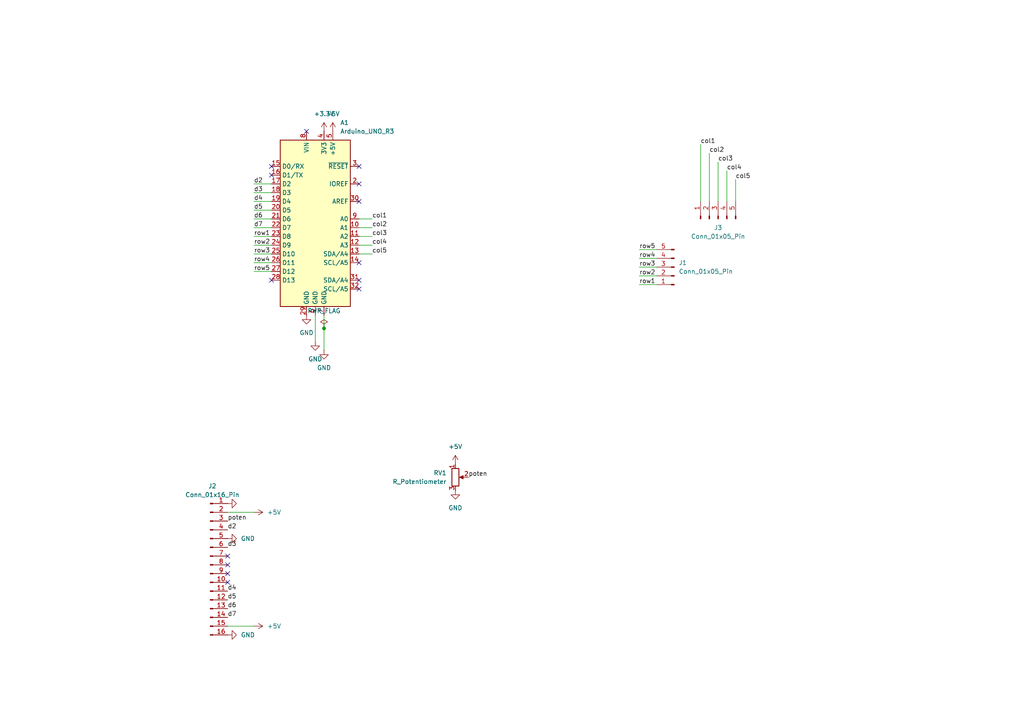
<source format=kicad_sch>
(kicad_sch (version 20250114) (generator "eeschema") (generator_version "9.0")
  (paper "A4")
  (lib_symbols
    (symbol "Connector:Conn_01x05_Pin" (pin_names (offset 1.016) (hide yes))
      (property "Reference" "J" (at 0 7.62 0))
      (property "Value" "Conn_01x05_Pin" (at 0 -7.62 0))
      (symbol "Conn_01x05_Pin_1_1"
        (rectangle (start 0.8636 5.207) (end 0 4.953) (stroke (width 0.1524)) (fill (type outline)))
        (rectangle (start 0.8636 2.667) (end 0 2.413) (stroke (width 0.1524)) (fill (type outline)))
        (rectangle (start 0.8636 0.127) (end 0 -0.127) (stroke (width 0.1524)) (fill (type outline)))
        (rectangle (start 0.8636 -2.413) (end 0 -2.667) (stroke (width 0.1524)) (fill (type outline)))
        (rectangle (start 0.8636 -4.953) (end 0 -5.207) (stroke (width 0.1524)) (fill (type outline)))
        (polyline (pts (xy 1.27 5.08) (xy 0.8636 5.08)) (stroke (width 0.1524)))
        (polyline (pts (xy 1.27 2.54) (xy 0.8636 2.54)) (stroke (width 0.1524)))
        (polyline (pts (xy 1.27 0) (xy 0.8636 0)) (stroke (width 0.1524)))
        (polyline (pts (xy 1.27 -2.54) (xy 0.8636 -2.54)) (stroke (width 0.1524)))
        (polyline (pts (xy 1.27 -5.08) (xy 0.8636 -5.08)) (stroke (width 0.1524)))
        (pin passive line (at 5.08 5.08 180) (length 3.81) (name "Pin_1") (number "1"))
        (pin passive line (at 5.08 2.54 180) (length 3.81) (name "Pin_2") (number "2"))
        (pin passive line (at 5.08 0 180) (length 3.81) (name "Pin_3") (number "3"))
        (pin passive line (at 5.08 -2.54 180) (length 3.81) (name "Pin_4") (number "4"))
        (pin passive line (at 5.08 -5.08 180) (length 3.81) (name "Pin_5") (number "5"))
      )
    )
    (symbol "Connector:Conn_01x16_Pin" (pin_names (offset 1.016) (hide yes))
      (property "Reference" "J" (at 0 20.32 0))
      (property "Value" "Conn_01x16_Pin" (at 0 -22.86 0))
      (symbol "Conn_01x16_Pin_1_1"
        (rectangle (start 0.8636 17.907) (end 0 17.653) (stroke (width 0.1524)) (fill (type outline)))
        (rectangle (start 0.8636 15.367) (end 0 15.113) (stroke (width 0.1524)) (fill (type outline)))
        (rectangle (start 0.8636 12.827) (end 0 12.573) (stroke (width 0.1524)) (fill (type outline)))
        (rectangle (start 0.8636 10.287) (end 0 10.033) (stroke (width 0.1524)) (fill (type outline)))
        (rectangle (start 0.8636 7.747) (end 0 7.493) (stroke (width 0.1524)) (fill (type outline)))
        (rectangle (start 0.8636 5.207) (end 0 4.953) (stroke (width 0.1524)) (fill (type outline)))
        (rectangle (start 0.8636 2.667) (end 0 2.413) (stroke (width 0.1524)) (fill (type outline)))
        (rectangle (start 0.8636 0.127) (end 0 -0.127) (stroke (width 0.1524)) (fill (type outline)))
        (rectangle (start 0.8636 -2.413) (end 0 -2.667) (stroke (width 0.1524)) (fill (type outline)))
        (rectangle (start 0.8636 -4.953) (end 0 -5.207) (stroke (width 0.1524)) (fill (type outline)))
        (rectangle (start 0.8636 -7.493) (end 0 -7.747) (stroke (width 0.1524)) (fill (type outline)))
        (rectangle (start 0.8636 -10.033) (end 0 -10.287) (stroke (width 0.1524)) (fill (type outline)))
        (rectangle (start 0.8636 -12.573) (end 0 -12.827) (stroke (width 0.1524)) (fill (type outline)))
        (rectangle (start 0.8636 -15.113) (end 0 -15.367) (stroke (width 0.1524)) (fill (type outline)))
        (rectangle (start 0.8636 -17.653) (end 0 -17.907) (stroke (width 0.1524)) (fill (type outline)))
        (rectangle (start 0.8636 -20.193) (end 0 -20.447) (stroke (width 0.1524)) (fill (type outline)))
        (polyline (pts (xy 1.27 17.78) (xy 0.8636 17.78)) (stroke (width 0.1524)))
        (polyline (pts (xy 1.27 15.24) (xy 0.8636 15.24)) (stroke (width 0.1524)))
        (polyline (pts (xy 1.27 12.7) (xy 0.8636 12.7)) (stroke (width 0.1524)))
        (polyline (pts (xy 1.27 10.16) (xy 0.8636 10.16)) (stroke (width 0.1524)))
        (polyline (pts (xy 1.27 7.62) (xy 0.8636 7.62)) (stroke (width 0.1524)))
        (polyline (pts (xy 1.27 5.08) (xy 0.8636 5.08)) (stroke (width 0.1524)))
        (polyline (pts (xy 1.27 2.54) (xy 0.8636 2.54)) (stroke (width 0.1524)))
        (polyline (pts (xy 1.27 0) (xy 0.8636 0)) (stroke (width 0.1524)))
        (polyline (pts (xy 1.27 -2.54) (xy 0.8636 -2.54)) (stroke (width 0.1524)))
        (polyline (pts (xy 1.27 -5.08) (xy 0.8636 -5.08)) (stroke (width 0.1524)))
        (polyline (pts (xy 1.27 -7.62) (xy 0.8636 -7.62)) (stroke (width 0.1524)))
        (polyline (pts (xy 1.27 -10.16) (xy 0.8636 -10.16)) (stroke (width 0.1524)))
        (polyline (pts (xy 1.27 -12.7) (xy 0.8636 -12.7)) (stroke (width 0.1524)))
        (polyline (pts (xy 1.27 -15.24) (xy 0.8636 -15.24)) (stroke (width 0.1524)))
        (polyline (pts (xy 1.27 -17.78) (xy 0.8636 -17.78)) (stroke (width 0.1524)))
        (polyline (pts (xy 1.27 -20.32) (xy 0.8636 -20.32)) (stroke (width 0.1524)))
        (pin passive line (at 5.08 17.78 180) (length 3.81) (name "Pin_1") (number "1"))
        (pin passive line (at 5.08 15.24 180) (length 3.81) (name "Pin_2") (number "2"))
        (pin passive line (at 5.08 12.7 180) (length 3.81) (name "Pin_3") (number "3"))
        (pin passive line (at 5.08 10.16 180) (length 3.81) (name "Pin_4") (number "4"))
        (pin passive line (at 5.08 7.62 180) (length 3.81) (name "Pin_5") (number "5"))
        (pin passive line (at 5.08 5.08 180) (length 3.81) (name "Pin_6") (number "6"))
        (pin passive line (at 5.08 2.54 180) (length 3.81) (name "Pin_7") (number "7"))
        (pin passive line (at 5.08 0 180) (length 3.81) (name "Pin_8") (number "8"))
        (pin passive line (at 5.08 -2.54 180) (length 3.81) (name "Pin_9") (number "9"))
        (pin passive line (at 5.08 -5.08 180) (length 3.81) (name "Pin_10") (number "10"))
        (pin passive line (at 5.08 -7.62 180) (length 3.81) (name "Pin_11") (number "11"))
        (pin passive line (at 5.08 -10.16 180) (length 3.81) (name "Pin_12") (number "12"))
        (pin passive line (at 5.08 -12.7 180) (length 3.81) (name "Pin_13") (number "13"))
        (pin passive line (at 5.08 -15.24 180) (length 3.81) (name "Pin_14") (number "14"))
        (pin passive line (at 5.08 -17.78 180) (length 3.81) (name "Pin_15") (number "15"))
        (pin passive line (at 5.08 -20.32 180) (length 3.81) (name "Pin_16") (number "16"))
      )
    )
    (symbol "Device:R_Potentiometer" (pin_names (offset 1.016) (hide yes))
      (property "Reference" "RV" (at -4.445 0 90))
      (property "Value" "R_Potentiometer" (at -2.54 0 90))
      (symbol "R_Potentiometer_0_1"
        (rectangle (start 1.016 2.54) (end -1.016 -2.54) (stroke (width 0.254)))
        (polyline (pts (xy 1.143 0) (xy 2.286 0.508) (xy 2.286 -0.508) (xy 1.143 0)) (fill (type outline)))
        (polyline (pts (xy 2.54 0) (xy 1.524 0)))
      )
      (symbol "R_Potentiometer_1_1"
        (pin passive line (at 0 3.81 270) (length 1.27) (name "1") (number "1"))
        (pin passive line (at 0 -3.81 90) (length 1.27) (name "3") (number "3"))
        (pin passive line (at 3.81 0 180) (length 1.27) (name "2") (number "2"))
      )
    )
    (symbol "MCU_Module:Arduino_UNO_R3"
      (property "Reference" "A" (at -10.16 23.495 0))
      (property "Value" "Arduino_UNO_R3" (at 5.08 -26.67 0))
      (symbol "Arduino_UNO_R3_0_1"
        (rectangle (start -10.16 22.86) (end 10.16 -25.4) (stroke (width 0.254)) (fill (type background)))
      )
      (symbol "Arduino_UNO_R3_1_1"
        (pin bidirectional line (at -12.7 15.24 0) (length 2.54) (name "D0/RX") (number "15"))
        (pin bidirectional line (at -12.7 12.7 0) (length 2.54) (name "D1/TX") (number "16"))
        (pin bidirectional line (at -12.7 10.16 0) (length 2.54) (name "D2") (number "17"))
        (pin bidirectional line (at -12.7 7.62 0) (length 2.54) (name "D3") (number "18"))
        (pin bidirectional line (at -12.7 5.08 0) (length 2.54) (name "D4") (number "19"))
        (pin bidirectional line (at -12.7 2.54 0) (length 2.54) (name "D5") (number "20"))
        (pin bidirectional line (at -12.7 0 0) (length 2.54) (name "D6") (number "21"))
        (pin bidirectional line (at -12.7 -2.54 0) (length 2.54) (name "D7") (number "22"))
        (pin bidirectional line (at -12.7 -5.08 0) (length 2.54) (name "D8") (number "23"))
        (pin bidirectional line (at -12.7 -7.62 0) (length 2.54) (name "D9") (number "24"))
        (pin bidirectional line (at -12.7 -10.16 0) (length 2.54) (name "D10") (number "25"))
        (pin bidirectional line (at -12.7 -12.7 0) (length 2.54) (name "D11") (number "26"))
        (pin bidirectional line (at -12.7 -15.24 0) (length 2.54) (name "D12") (number "27"))
        (pin bidirectional line (at -12.7 -17.78 0) (length 2.54) (name "D13") (number "28"))
        (pin no_connect line (at -10.16 -20.32 0) (length 2.54) (hide yes) (name "NC") (number "1"))
        (pin power_in line (at -2.54 25.4 270) (length 2.54) (name "VIN") (number "8"))
        (pin power_in line (at -2.54 -27.94 90) (length 2.54) (name "GND") (number "29"))
        (pin power_in line (at 0 -27.94 90) (length 2.54) (name "GND") (number "6"))
        (pin power_out line (at 2.54 25.4 270) (length 2.54) (name "3V3") (number "4"))
        (pin power_in line (at 2.54 -27.94 90) (length 2.54) (name "GND") (number "7"))
        (pin power_out line (at 5.08 25.4 270) (length 2.54) (name "+5V") (number "5"))
        (pin input line (at 12.7 15.24 180) (length 2.54) (name "~{RESET}") (number "3"))
        (pin output line (at 12.7 10.16 180) (length 2.54) (name "IOREF") (number "2"))
        (pin input line (at 12.7 5.08 180) (length 2.54) (name "AREF") (number "30"))
        (pin bidirectional line (at 12.7 0 180) (length 2.54) (name "A0") (number "9"))
        (pin bidirectional line (at 12.7 -2.54 180) (length 2.54) (name "A1") (number "10"))
        (pin bidirectional line (at 12.7 -5.08 180) (length 2.54) (name "A2") (number "11"))
        (pin bidirectional line (at 12.7 -7.62 180) (length 2.54) (name "A3") (number "12"))
        (pin bidirectional line (at 12.7 -10.16 180) (length 2.54) (name "SDA/A4") (number "13"))
        (pin bidirectional line (at 12.7 -12.7 180) (length 2.54) (name "SCL/A5") (number "14"))
        (pin bidirectional line (at 12.7 -17.78 180) (length 2.54) (name "SDA/A4") (number "31"))
        (pin bidirectional line (at 12.7 -20.32 180) (length 2.54) (name "SCL/A5") (number "32"))
      )
    )
    (symbol "power:+3.3V" (power) (pin_numbers (hide yes)) (pin_names (offset 0) (hide yes))
      (property "Value" "+3.3V" (at 0 3.556 0))
      (symbol "+3.3V_0_1"
        (polyline (pts (xy -0.762 1.27) (xy 0 2.54)))
        (polyline (pts (xy 0 2.54) (xy 0.762 1.27)))
        (polyline (pts (xy 0 0) (xy 0 2.54)))
      )
      (symbol "+3.3V_1_1"
        (pin power_in line (at 0 0 90) (length 0) (name "~") (number "1"))
      )
    )
    (symbol "power:+5V" (power) (pin_numbers (hide yes)) (pin_names (offset 0) (hide yes))
      (property "Value" "+5V" (at 0 3.556 0))
      (symbol "+5V_0_1"
        (polyline (pts (xy -0.762 1.27) (xy 0 2.54)))
        (polyline (pts (xy 0 2.54) (xy 0.762 1.27)))
        (polyline (pts (xy 0 0) (xy 0 2.54)))
      )
      (symbol "+5V_1_1"
        (pin power_in line (at 0 0 90) (length 0) (name "~") (number "1"))
      )
    )
    (symbol "power:GND" (power) (pin_numbers (hide yes)) (pin_names (offset 0) (hide yes))
      (property "Value" "GND" (at 0 -3.81 0))
      (symbol "GND_0_1"
        (polyline (pts (xy 0 0) (xy 0 -1.27) (xy 1.27 -1.27) (xy 0 -2.54) (xy -1.27 -1.27) (xy 0 -1.27)))
      )
      (symbol "GND_1_1"
        (pin power_in line (at 0 0 270) (length 0) (name "~") (number "1"))
      )
    )
    (symbol "power:PWR_FLAG" (power) (pin_numbers (hide yes)) (pin_names (offset 0) (hide yes))
      (property "Value" "PWR_FLAG" (at 0 3.81 0))
      (symbol "PWR_FLAG_0_0"
        (pin power_out line (at 0 0 90) (length 0) (name "~") (number "1"))
      )
      (symbol "PWR_FLAG_0_1"
        (polyline (pts (xy 0 0) (xy 0 1.27) (xy -1.016 1.905) (xy 0 2.54) (xy 1.016 1.905) (xy 0 1.27)))
      )
    )
  )
  (junction (at 93.98 95.25))
  (no_connect (at 66.04 163.83))
  (no_connect (at 78.74 81.28))
  (no_connect (at 104.14 76.2))
  (no_connect (at 66.04 161.29))
  (no_connect (at 104.14 81.28))
  (no_connect (at 66.04 166.37))
  (no_connect (at 104.14 58.42))
  (no_connect (at 88.9 38.1))
  (no_connect (at 78.74 48.26))
  (no_connect (at 78.74 50.8))
  (no_connect (at 104.14 48.26))
  (no_connect (at 104.14 53.34))
  (no_connect (at 104.14 83.82))
  (no_connect (at 66.04 168.91))
  (wire (pts (xy 73.66 55.88) (xy 78.74 55.88)))
  (wire (pts (xy 104.14 63.5) (xy 107.95 63.5)))
  (wire (pts (xy 73.66 73.66) (xy 78.74 73.66)))
  (wire (pts (xy 104.14 68.58) (xy 107.95 68.58)))
  (wire (pts (xy 73.66 58.42) (xy 78.74 58.42)))
  (wire (pts (xy 213.36 52.07) (xy 213.36 58.42)))
  (wire (pts (xy 73.66 78.74) (xy 78.74 78.74)))
  (wire (pts (xy 185.42 77.47) (xy 190.5 77.47)))
  (wire (pts (xy 93.98 95.25) (xy 93.98 91.44)))
  (wire (pts (xy 66.04 181.61) (xy 73.66 181.61)))
  (wire (pts (xy 73.66 66.04) (xy 78.74 66.04)))
  (wire (pts (xy 185.42 80.01) (xy 190.5 80.01)))
  (wire (pts (xy 93.98 101.6) (xy 93.98 95.25)))
  (wire (pts (xy 73.66 76.2) (xy 78.74 76.2)))
  (wire (pts (xy 91.44 99.06) (xy 91.44 91.44)))
  (wire (pts (xy 185.42 82.55) (xy 190.5 82.55)))
  (wire (pts (xy 104.14 73.66) (xy 107.95 73.66)))
  (wire (pts (xy 185.42 72.39) (xy 190.5 72.39)))
  (wire (pts (xy 73.66 71.12) (xy 78.74 71.12)))
  (wire (pts (xy 104.14 71.12) (xy 107.95 71.12)))
  (wire (pts (xy 104.14 66.04) (xy 107.95 66.04)))
  (wire (pts (xy 210.82 49.53) (xy 210.82 58.42)))
  (wire (pts (xy 203.2 41.91) (xy 203.2 58.42)))
  (wire (pts (xy 66.04 148.59) (xy 73.66 148.59)))
  (wire (pts (xy 73.66 68.58) (xy 78.74 68.58)))
  (wire (pts (xy 208.28 46.99) (xy 208.28 58.42)))
  (wire (pts (xy 73.66 60.96) (xy 78.74 60.96)))
  (wire (pts (xy 205.74 44.45) (xy 205.74 58.42)))
  (wire (pts (xy 73.66 53.34) (xy 78.74 53.34)))
  (wire (pts (xy 73.66 63.5) (xy 78.74 63.5)))
  (wire (pts (xy 185.42 74.93) (xy 190.5 74.93)))
  (label "row3" (at 73.66 73.66 0))
  (label "col5" (at 107.95 73.66 0))
  (label "col3" (at 208.28 46.99 0))
  (label "poten" (at 135.89 138.43 0))
  (label "col2" (at 205.74 44.45 0))
  (label "row4" (at 185.42 74.93 0))
  (label "d4" (at 66.04 171.45 0))
  (label "row2" (at 185.42 80.01 0))
  (label "d4" (at 73.66 58.42 0))
  (label "col5" (at 213.36 52.07 0))
  (label "col1" (at 203.2 41.91 0))
  (label "d5" (at 73.66 60.96 0))
  (label "row5" (at 73.66 78.74 0))
  (label "row3" (at 185.42 77.47 0))
  (label "col2" (at 107.95 66.04 0))
  (label "d6" (at 66.04 176.53 0))
  (label "d5" (at 66.04 173.99 0))
  (label "d3" (at 66.04 158.75 0))
  (label "row4" (at 73.66 76.2 0))
  (label "row2" (at 73.66 71.12 0))
  (label "col1" (at 107.95 63.5 0))
  (label "d7" (at 66.04 179.07 0))
  (label "d2" (at 73.66 53.34 0))
  (label "d6" (at 73.66 63.5 0))
  (label "d2" (at 66.04 153.67 0))
  (label "poten" (at 66.04 151.13 0))
  (label "col3" (at 107.95 68.58 0))
  (label "row1" (at 185.42 82.55 0))
  (label "row1" (at 73.66 68.58 0))
  (label "col4" (at 107.95 71.12 0))
  (label "d3" (at 73.66 55.88 0))
  (label "d7" (at 73.66 66.04 0))
  (label "row5" (at 185.42 72.39 0))
  (label "col4" (at 210.82 49.53 0))
  (symbol (lib_id "power:PWR_FLAG") (at 93.98 95.25 0) (unit 1)
    (property "Reference" "#FLG01" (effects (hide yes)))
    (property "Value" "PWR_FLAG" (at 93.98 90.17 0))
    (property "Description" "Special symbol for telling ERC where power comes from" (effects (hide yes)))
  )
  (symbol (lib_id "power:+5V") (at 73.66 148.59 270) (unit 1)
    (property "Reference" "#PWR010" (effects (hide yes)))
    (property "Value" "+5V" (at 77.47 148.5899 90) (effects (justify left)))
    (property "Description" "Power symbol creates a global label with name \"+5V\"" (effects (hide yes)))
  )
  (symbol (lib_id "power:+5V") (at 132.08 134.62 0) (unit 1)
    (property "Reference" "#PWR011" (effects (hide yes)))
    (property "Value" "+5V" (at 132.08 129.54 0))
    (property "Description" "Power symbol creates a global label with name \"+5V\"" (effects (hide yes)))
  )
  (symbol (lib_id "Connector:Conn_01x05_Pin") (at 208.28 63.5 90) (unit 1)
    (property "Reference" "J3" (at 208.28 66.04 90))
    (property "Value" "Conn_01x05_Pin" (at 208.28 68.58 90))
    (property "Description" "Generic connector, single row, 01x05, script generated" (effects (hide yes)))
  )
  (symbol (lib_id "Connector:Conn_01x16_Pin") (at 60.96 163.83 0) (unit 1)
    (property "Reference" "J2" (at 61.595 140.97 0))
    (property "Value" "Conn_01x16_Pin" (at 61.595 143.51 0))
    (property "Description" "Generic connector, single row, 01x16, script generated" (effects (hide yes)))
  )
  (symbol (lib_id "Device:R_Potentiometer") (at 132.08 138.43 0) (unit 1)
    (property "Reference" "RV1" (at 129.54 137.1599 0) (effects (justify right)))
    (property "Value" "R_Potentiometer" (at 129.54 139.6999 0) (effects (justify right)))
    (property "Description" "Potentiometer" (effects (hide yes)))
  )
  (symbol (lib_id "power:GND") (at 93.98 101.6 0) (unit 1)
    (property "Reference" "#PWR02" (effects (hide yes)))
    (property "Value" "GND" (at 93.98 106.68 0))
    (property "Description" "Power symbol creates a global label with name \"GND\" , ground" (effects (hide yes)))
  )
  (symbol (lib_id "power:GND") (at 66.04 146.05 90) (unit 1)
    (property "Reference" "#PWR05" (effects (hide yes)))
    (property "Value" "GND" (effects (hide yes)))
    (property "Description" "Power symbol creates a global label with name \"GND\" , ground" (effects (hide yes)))
  )
  (symbol (lib_id "power:GND") (at 88.9 91.44 0) (unit 1)
    (property "Reference" "#PWR01" (effects (hide yes)))
    (property "Value" "GND" (at 88.9 96.52 0))
    (property "Description" "Power symbol creates a global label with name \"GND\" , ground" (effects (hide yes)))
  )
  (symbol (lib_id "power:GND") (at 66.04 156.21 90) (unit 1)
    (property "Reference" "#PWR04" (effects (hide yes)))
    (property "Value" "GND" (at 69.85 156.2099 90) (effects (justify right)))
    (property "Description" "Power symbol creates a global label with name \"GND\" , ground" (effects (hide yes)))
  )
  (symbol (lib_id "power:GND") (at 66.04 184.15 90) (unit 1)
    (property "Reference" "#PWR06" (effects (hide yes)))
    (property "Value" "GND" (at 69.85 184.1499 90) (effects (justify right)))
    (property "Description" "Power symbol creates a global label with name \"GND\" , ground" (effects (hide yes)))
  )
  (symbol (lib_id "power:+3.3V") (at 93.98 38.1 0) (unit 1)
    (property "Reference" "#PWR012" (effects (hide yes)))
    (property "Value" "+3.3V" (at 93.98 33.02 0))
    (property "Description" "Power symbol creates a global label with name \"+3.3V\"" (effects (hide yes)))
  )
  (symbol (lib_id "power:+5V") (at 96.52 38.1 0) (unit 1)
    (property "Reference" "#PWR08" (effects (hide yes)))
    (property "Value" "+5V" (at 96.52 33.02 0))
    (property "Description" "Power symbol creates a global label with name \"+5V\"" (effects (hide yes)))
  )
  (symbol (lib_id "power:+5V") (at 73.66 181.61 270) (unit 1)
    (property "Reference" "#PWR09" (effects (hide yes)))
    (property "Value" "+5V" (at 77.47 181.6099 90) (effects (justify left)))
    (property "Description" "Power symbol creates a global label with name \"+5V\"" (effects (hide yes)))
  )
  (symbol (lib_id "power:GND") (at 91.44 99.06 0) (unit 1)
    (property "Reference" "#PWR03" (effects (hide yes)))
    (property "Value" "GND" (at 91.44 104.14 0))
    (property "Description" "Power symbol creates a global label with name \"GND\" , ground" (effects (hide yes)))
  )
  (symbol (lib_id "power:GND") (at 132.08 142.24 0) (unit 1)
    (property "Reference" "#PWR07" (effects (hide yes)))
    (property "Value" "GND" (at 132.08 147.32 0))
    (property "Description" "Power symbol creates a global label with name \"GND\" , ground" (effects (hide yes)))
  )
  (symbol (lib_id "Connector:Conn_01x05_Pin") (at 195.58 77.47 180) (unit 1)
    (property "Reference" "J1" (at 196.85 76.1999 0) (effects (justify right)))
    (property "Value" "Conn_01x05_Pin" (at 196.85 78.7399 0) (effects (justify right)))
    (property "Description" "Generic connector, single row, 01x05, script generated" (effects (hide yes)))
  )
  (symbol (lib_id "MCU_Module:Arduino_UNO_R3") (at 91.44 63.5 0) (unit 1)
    (property "Reference" "A1" (at 98.6633 35.56 0) (effects (justify left)))
    (property "Value" "Arduino_UNO_R3" (at 98.6633 38.1 0) (effects (justify left)))
    (property "Footprint" "Module:Arduino_UNO_R3" (effects (hide yes)))
    (property "Datasheet" "https://www.arduino.cc/en/Main/arduinoBoardUno" (effects (hide yes)))
    (property "Description" "Arduino UNO Microcontroller Module, release 3" (effects (hide yes)))
  )
)
</source>
